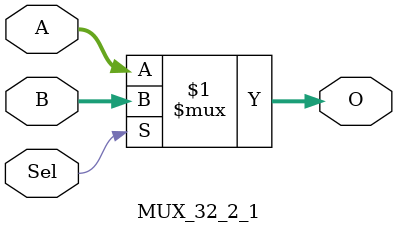
<source format=v>
`timescale 1ns / 1ps
module MUX_32_2_1(
	input [31:0] A,
	input [31:0] B,
	input			 Sel,
	output [31:0] O
    );

	assign O = Sel ? B : A;

endmodule

</source>
